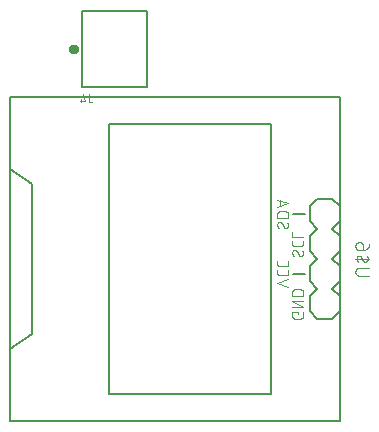
<source format=gbr>
G04 EAGLE Gerber RS-274X export*
G75*
%MOMM*%
%FSLAX34Y34*%
%LPD*%
%INSilkscreen Bottom*%
%IPPOS*%
%AMOC8*
5,1,8,0,0,1.08239X$1,22.5*%
G01*
%ADD10C,0.127000*%
%ADD11C,0.400000*%
%ADD12C,0.076200*%
%ADD13C,0.101600*%


D10*
X-180100Y259600D02*
X-124700Y259600D01*
X-124700Y324600D01*
X-180100Y324600D01*
X-180100Y259600D01*
D11*
X-189420Y292100D02*
X-189418Y292189D01*
X-189412Y292278D01*
X-189402Y292367D01*
X-189388Y292455D01*
X-189371Y292542D01*
X-189349Y292628D01*
X-189323Y292714D01*
X-189294Y292798D01*
X-189261Y292881D01*
X-189225Y292962D01*
X-189184Y293042D01*
X-189141Y293119D01*
X-189094Y293195D01*
X-189043Y293268D01*
X-188990Y293339D01*
X-188933Y293408D01*
X-188873Y293474D01*
X-188810Y293538D01*
X-188745Y293598D01*
X-188677Y293656D01*
X-188606Y293710D01*
X-188533Y293761D01*
X-188458Y293809D01*
X-188381Y293854D01*
X-188302Y293895D01*
X-188221Y293932D01*
X-188139Y293966D01*
X-188055Y293997D01*
X-187970Y294023D01*
X-187884Y294046D01*
X-187797Y294064D01*
X-187709Y294079D01*
X-187620Y294090D01*
X-187531Y294097D01*
X-187442Y294100D01*
X-187353Y294099D01*
X-187264Y294094D01*
X-187176Y294085D01*
X-187087Y294072D01*
X-187000Y294055D01*
X-186913Y294035D01*
X-186827Y294010D01*
X-186743Y293982D01*
X-186660Y293950D01*
X-186578Y293914D01*
X-186498Y293875D01*
X-186420Y293832D01*
X-186344Y293786D01*
X-186270Y293736D01*
X-186198Y293683D01*
X-186129Y293627D01*
X-186062Y293568D01*
X-185998Y293506D01*
X-185937Y293442D01*
X-185878Y293374D01*
X-185823Y293304D01*
X-185771Y293232D01*
X-185722Y293157D01*
X-185677Y293081D01*
X-185635Y293002D01*
X-185597Y292922D01*
X-185562Y292840D01*
X-185531Y292756D01*
X-185503Y292671D01*
X-185480Y292585D01*
X-185460Y292498D01*
X-185444Y292411D01*
X-185432Y292322D01*
X-185424Y292234D01*
X-185420Y292145D01*
X-185420Y292055D01*
X-185424Y291966D01*
X-185432Y291878D01*
X-185444Y291789D01*
X-185460Y291702D01*
X-185480Y291615D01*
X-185503Y291529D01*
X-185531Y291444D01*
X-185562Y291360D01*
X-185597Y291278D01*
X-185635Y291198D01*
X-185677Y291119D01*
X-185722Y291043D01*
X-185771Y290968D01*
X-185823Y290896D01*
X-185878Y290826D01*
X-185937Y290758D01*
X-185998Y290694D01*
X-186062Y290632D01*
X-186129Y290573D01*
X-186198Y290517D01*
X-186270Y290464D01*
X-186344Y290414D01*
X-186420Y290368D01*
X-186498Y290325D01*
X-186578Y290286D01*
X-186660Y290250D01*
X-186743Y290218D01*
X-186827Y290190D01*
X-186913Y290165D01*
X-187000Y290145D01*
X-187087Y290128D01*
X-187176Y290115D01*
X-187264Y290106D01*
X-187353Y290101D01*
X-187442Y290100D01*
X-187531Y290103D01*
X-187620Y290110D01*
X-187709Y290121D01*
X-187797Y290136D01*
X-187884Y290154D01*
X-187970Y290177D01*
X-188055Y290203D01*
X-188139Y290234D01*
X-188221Y290268D01*
X-188302Y290305D01*
X-188381Y290346D01*
X-188458Y290391D01*
X-188533Y290439D01*
X-188606Y290490D01*
X-188677Y290544D01*
X-188745Y290602D01*
X-188810Y290662D01*
X-188873Y290726D01*
X-188933Y290792D01*
X-188990Y290861D01*
X-189043Y290932D01*
X-189094Y291005D01*
X-189141Y291081D01*
X-189184Y291158D01*
X-189225Y291238D01*
X-189261Y291319D01*
X-189294Y291402D01*
X-189323Y291486D01*
X-189349Y291572D01*
X-189371Y291658D01*
X-189388Y291745D01*
X-189402Y291833D01*
X-189412Y291922D01*
X-189418Y292011D01*
X-189420Y292100D01*
D12*
X-174516Y254179D02*
X-174516Y248443D01*
X-174514Y248365D01*
X-174509Y248287D01*
X-174499Y248210D01*
X-174486Y248133D01*
X-174470Y248057D01*
X-174450Y247981D01*
X-174426Y247907D01*
X-174399Y247834D01*
X-174368Y247762D01*
X-174334Y247692D01*
X-174296Y247624D01*
X-174256Y247557D01*
X-174212Y247492D01*
X-174165Y247430D01*
X-174116Y247370D01*
X-174063Y247312D01*
X-174008Y247257D01*
X-173950Y247204D01*
X-173890Y247155D01*
X-173828Y247108D01*
X-173763Y247064D01*
X-173697Y247024D01*
X-173628Y246986D01*
X-173558Y246952D01*
X-173486Y246921D01*
X-173413Y246894D01*
X-173339Y246870D01*
X-173263Y246850D01*
X-173187Y246834D01*
X-173110Y246821D01*
X-173033Y246811D01*
X-172955Y246806D01*
X-172877Y246804D01*
X-172058Y246804D01*
X-177954Y248443D02*
X-179593Y254179D01*
X-177954Y248443D02*
X-182051Y248443D01*
X-180822Y250082D02*
X-180822Y246804D01*
D10*
X38100Y251460D02*
X38100Y-22860D01*
X38100Y251460D02*
X-241300Y251460D01*
X-241300Y190500D01*
X-241300Y38100D01*
X-241300Y-22860D01*
X38100Y-22860D01*
X31750Y63500D02*
X38100Y69850D01*
X38100Y82550D02*
X31750Y88900D01*
X38100Y95250D01*
X38100Y107950D02*
X31750Y114300D01*
X38100Y120650D01*
X38100Y133350D02*
X31750Y139700D01*
X38100Y146050D01*
X38100Y158750D02*
X31750Y165100D01*
X19050Y165100D02*
X12700Y158750D01*
X12700Y146050D01*
X19050Y139700D01*
X12700Y133350D01*
X12700Y120650D01*
X19050Y114300D01*
X12700Y107950D01*
X12700Y95250D01*
X19050Y88900D01*
X12700Y82550D01*
X12700Y69850D01*
X19050Y63500D01*
X31750Y63500D01*
X-20320Y0D02*
X-20320Y228600D01*
X-157480Y228600D01*
X-157480Y0D01*
X-20320Y0D01*
X19050Y165100D02*
X31750Y165100D01*
D12*
X3062Y69057D02*
X3062Y67491D01*
X3062Y69057D02*
X-2159Y69057D01*
X-2159Y65924D01*
X-2157Y65835D01*
X-2151Y65747D01*
X-2142Y65659D01*
X-2129Y65571D01*
X-2112Y65484D01*
X-2092Y65398D01*
X-2067Y65313D01*
X-2040Y65228D01*
X-2008Y65145D01*
X-1974Y65064D01*
X-1935Y64984D01*
X-1894Y64906D01*
X-1849Y64829D01*
X-1801Y64755D01*
X-1750Y64682D01*
X-1696Y64612D01*
X-1638Y64545D01*
X-1578Y64479D01*
X-1516Y64417D01*
X-1450Y64357D01*
X-1383Y64299D01*
X-1313Y64245D01*
X-1240Y64194D01*
X-1166Y64146D01*
X-1089Y64101D01*
X-1011Y64060D01*
X-931Y64021D01*
X-850Y63987D01*
X-767Y63955D01*
X-682Y63928D01*
X-597Y63903D01*
X-511Y63883D01*
X-424Y63866D01*
X-336Y63853D01*
X-248Y63844D01*
X-160Y63838D01*
X-71Y63836D01*
X5151Y63836D01*
X5242Y63838D01*
X5333Y63844D01*
X5424Y63854D01*
X5514Y63868D01*
X5603Y63885D01*
X5691Y63907D01*
X5779Y63933D01*
X5865Y63962D01*
X5950Y63995D01*
X6033Y64032D01*
X6115Y64072D01*
X6195Y64116D01*
X6273Y64163D01*
X6349Y64214D01*
X6422Y64267D01*
X6493Y64324D01*
X6562Y64385D01*
X6627Y64448D01*
X6690Y64513D01*
X6750Y64582D01*
X6808Y64653D01*
X6861Y64726D01*
X6912Y64802D01*
X6959Y64880D01*
X7003Y64960D01*
X7043Y65042D01*
X7080Y65125D01*
X7113Y65210D01*
X7142Y65296D01*
X7168Y65384D01*
X7190Y65472D01*
X7207Y65561D01*
X7221Y65651D01*
X7231Y65742D01*
X7237Y65833D01*
X7239Y65924D01*
X7239Y69057D01*
X7239Y73589D02*
X-2159Y73589D01*
X-2159Y78811D02*
X7239Y73589D01*
X7239Y78811D02*
X-2159Y78811D01*
X-2159Y83343D02*
X7239Y83343D01*
X7239Y85954D01*
X7237Y86054D01*
X7231Y86154D01*
X7222Y86253D01*
X7208Y86353D01*
X7191Y86451D01*
X7170Y86549D01*
X7146Y86646D01*
X7117Y86742D01*
X7085Y86837D01*
X7050Y86930D01*
X7011Y87022D01*
X6968Y87113D01*
X6922Y87201D01*
X6872Y87288D01*
X6820Y87373D01*
X6764Y87456D01*
X6705Y87537D01*
X6642Y87615D01*
X6577Y87691D01*
X6509Y87765D01*
X6439Y87835D01*
X6365Y87903D01*
X6289Y87968D01*
X6211Y88031D01*
X6130Y88090D01*
X6047Y88146D01*
X5962Y88198D01*
X5875Y88248D01*
X5787Y88294D01*
X5696Y88337D01*
X5604Y88376D01*
X5511Y88411D01*
X5416Y88443D01*
X5320Y88472D01*
X5223Y88496D01*
X5125Y88517D01*
X5027Y88534D01*
X4927Y88548D01*
X4828Y88557D01*
X4728Y88563D01*
X4628Y88565D01*
X4628Y88564D02*
X452Y88564D01*
X452Y88565D02*
X352Y88563D01*
X252Y88557D01*
X153Y88548D01*
X53Y88534D01*
X-45Y88517D01*
X-143Y88496D01*
X-240Y88472D01*
X-336Y88443D01*
X-431Y88411D01*
X-524Y88376D01*
X-616Y88337D01*
X-707Y88294D01*
X-795Y88248D01*
X-882Y88198D01*
X-967Y88146D01*
X-1050Y88090D01*
X-1131Y88031D01*
X-1209Y87968D01*
X-1285Y87903D01*
X-1359Y87835D01*
X-1429Y87765D01*
X-1497Y87691D01*
X-1562Y87615D01*
X-1625Y87537D01*
X-1684Y87456D01*
X-1740Y87373D01*
X-1792Y87288D01*
X-1842Y87201D01*
X-1888Y87113D01*
X-1931Y87022D01*
X-1970Y86930D01*
X-2005Y86837D01*
X-2037Y86742D01*
X-2066Y86646D01*
X-2090Y86549D01*
X-2111Y86451D01*
X-2128Y86353D01*
X-2142Y86253D01*
X-2151Y86154D01*
X-2157Y86054D01*
X-2159Y85954D01*
X-2159Y83343D01*
X-5461Y90881D02*
X-14859Y94014D01*
X-5461Y97147D01*
X-14859Y102610D02*
X-14859Y104699D01*
X-14859Y102610D02*
X-14857Y102521D01*
X-14851Y102433D01*
X-14842Y102345D01*
X-14829Y102257D01*
X-14812Y102170D01*
X-14792Y102084D01*
X-14767Y101999D01*
X-14740Y101914D01*
X-14708Y101831D01*
X-14674Y101750D01*
X-14635Y101670D01*
X-14594Y101592D01*
X-14549Y101515D01*
X-14501Y101441D01*
X-14450Y101368D01*
X-14396Y101298D01*
X-14338Y101231D01*
X-14278Y101165D01*
X-14216Y101103D01*
X-14150Y101043D01*
X-14083Y100985D01*
X-14013Y100931D01*
X-13940Y100880D01*
X-13866Y100832D01*
X-13789Y100787D01*
X-13711Y100746D01*
X-13631Y100707D01*
X-13550Y100673D01*
X-13467Y100641D01*
X-13382Y100614D01*
X-13297Y100589D01*
X-13211Y100569D01*
X-13124Y100552D01*
X-13036Y100539D01*
X-12948Y100530D01*
X-12860Y100524D01*
X-12771Y100522D01*
X-7549Y100522D01*
X-7549Y100521D02*
X-7458Y100523D01*
X-7367Y100529D01*
X-7276Y100539D01*
X-7186Y100553D01*
X-7097Y100571D01*
X-7008Y100592D01*
X-6921Y100618D01*
X-6835Y100647D01*
X-6750Y100680D01*
X-6666Y100717D01*
X-6584Y100757D01*
X-6505Y100801D01*
X-6427Y100848D01*
X-6351Y100899D01*
X-6277Y100953D01*
X-6206Y101010D01*
X-6138Y101070D01*
X-6072Y101133D01*
X-6009Y101199D01*
X-5949Y101267D01*
X-5892Y101338D01*
X-5838Y101412D01*
X-5787Y101488D01*
X-5740Y101565D01*
X-5696Y101645D01*
X-5656Y101727D01*
X-5619Y101811D01*
X-5586Y101895D01*
X-5557Y101982D01*
X-5531Y102069D01*
X-5510Y102158D01*
X-5492Y102247D01*
X-5478Y102337D01*
X-5468Y102428D01*
X-5462Y102519D01*
X-5460Y102610D01*
X-5461Y102610D02*
X-5461Y104699D01*
X-14859Y110230D02*
X-14859Y112319D01*
X-14859Y110230D02*
X-14857Y110141D01*
X-14851Y110053D01*
X-14842Y109965D01*
X-14829Y109877D01*
X-14812Y109790D01*
X-14792Y109704D01*
X-14767Y109619D01*
X-14740Y109534D01*
X-14708Y109451D01*
X-14674Y109370D01*
X-14635Y109290D01*
X-14594Y109212D01*
X-14549Y109135D01*
X-14501Y109061D01*
X-14450Y108988D01*
X-14396Y108918D01*
X-14338Y108851D01*
X-14278Y108785D01*
X-14216Y108723D01*
X-14150Y108663D01*
X-14083Y108605D01*
X-14013Y108551D01*
X-13940Y108500D01*
X-13866Y108452D01*
X-13789Y108407D01*
X-13711Y108366D01*
X-13631Y108327D01*
X-13550Y108293D01*
X-13467Y108261D01*
X-13382Y108234D01*
X-13297Y108209D01*
X-13211Y108189D01*
X-13124Y108172D01*
X-13036Y108159D01*
X-12948Y108150D01*
X-12860Y108144D01*
X-12771Y108142D01*
X-7549Y108142D01*
X-7549Y108141D02*
X-7458Y108143D01*
X-7367Y108149D01*
X-7276Y108159D01*
X-7186Y108173D01*
X-7097Y108191D01*
X-7008Y108212D01*
X-6921Y108238D01*
X-6835Y108267D01*
X-6750Y108300D01*
X-6666Y108337D01*
X-6584Y108377D01*
X-6505Y108421D01*
X-6427Y108468D01*
X-6351Y108519D01*
X-6277Y108573D01*
X-6206Y108630D01*
X-6138Y108690D01*
X-6072Y108753D01*
X-6009Y108819D01*
X-5949Y108887D01*
X-5892Y108958D01*
X-5838Y109032D01*
X-5787Y109108D01*
X-5740Y109185D01*
X-5696Y109265D01*
X-5656Y109347D01*
X-5619Y109431D01*
X-5586Y109515D01*
X-5557Y109602D01*
X-5531Y109689D01*
X-5510Y109778D01*
X-5492Y109867D01*
X-5478Y109957D01*
X-5468Y110048D01*
X-5462Y110139D01*
X-5460Y110230D01*
X-5461Y110230D02*
X-5461Y112319D01*
X-2159Y119654D02*
X-2157Y119743D01*
X-2151Y119831D01*
X-2142Y119919D01*
X-2129Y120007D01*
X-2112Y120094D01*
X-2092Y120180D01*
X-2067Y120265D01*
X-2040Y120350D01*
X-2008Y120433D01*
X-1974Y120514D01*
X-1935Y120594D01*
X-1894Y120672D01*
X-1849Y120749D01*
X-1801Y120823D01*
X-1750Y120896D01*
X-1696Y120966D01*
X-1638Y121033D01*
X-1578Y121099D01*
X-1516Y121161D01*
X-1450Y121221D01*
X-1383Y121279D01*
X-1313Y121333D01*
X-1240Y121384D01*
X-1166Y121432D01*
X-1089Y121477D01*
X-1011Y121518D01*
X-931Y121557D01*
X-850Y121591D01*
X-767Y121623D01*
X-682Y121650D01*
X-597Y121675D01*
X-511Y121695D01*
X-424Y121712D01*
X-336Y121725D01*
X-248Y121734D01*
X-160Y121740D01*
X-71Y121742D01*
X-2159Y119654D02*
X-2157Y119525D01*
X-2151Y119396D01*
X-2142Y119267D01*
X-2129Y119139D01*
X-2112Y119011D01*
X-2091Y118884D01*
X-2067Y118757D01*
X-2039Y118631D01*
X-2007Y118506D01*
X-1972Y118382D01*
X-1933Y118259D01*
X-1890Y118137D01*
X-1844Y118017D01*
X-1794Y117898D01*
X-1741Y117780D01*
X-1685Y117664D01*
X-1625Y117550D01*
X-1562Y117437D01*
X-1495Y117327D01*
X-1426Y117218D01*
X-1353Y117112D01*
X-1277Y117007D01*
X-1198Y116905D01*
X-1116Y116806D01*
X-1032Y116708D01*
X-944Y116613D01*
X-854Y116521D01*
X5151Y116782D02*
X5240Y116784D01*
X5328Y116790D01*
X5416Y116799D01*
X5504Y116812D01*
X5591Y116829D01*
X5677Y116849D01*
X5762Y116874D01*
X5847Y116901D01*
X5930Y116933D01*
X6011Y116967D01*
X6091Y117006D01*
X6169Y117047D01*
X6246Y117092D01*
X6320Y117140D01*
X6393Y117191D01*
X6463Y117245D01*
X6530Y117303D01*
X6596Y117363D01*
X6658Y117425D01*
X6718Y117491D01*
X6776Y117558D01*
X6830Y117628D01*
X6881Y117701D01*
X6929Y117775D01*
X6974Y117852D01*
X7015Y117930D01*
X7054Y118010D01*
X7088Y118091D01*
X7120Y118174D01*
X7147Y118259D01*
X7172Y118344D01*
X7192Y118430D01*
X7209Y118517D01*
X7222Y118605D01*
X7231Y118693D01*
X7237Y118781D01*
X7239Y118870D01*
X7237Y118990D01*
X7232Y119110D01*
X7222Y119230D01*
X7210Y119349D01*
X7193Y119468D01*
X7173Y119586D01*
X7149Y119704D01*
X7122Y119820D01*
X7091Y119936D01*
X7057Y120051D01*
X7019Y120165D01*
X6977Y120278D01*
X6932Y120389D01*
X6884Y120499D01*
X6833Y120607D01*
X6778Y120714D01*
X6720Y120819D01*
X6658Y120922D01*
X6594Y121023D01*
X6526Y121123D01*
X6456Y121220D01*
X3324Y117826D02*
X3372Y117748D01*
X3424Y117672D01*
X3478Y117599D01*
X3536Y117528D01*
X3597Y117459D01*
X3661Y117393D01*
X3728Y117330D01*
X3797Y117270D01*
X3869Y117213D01*
X3943Y117159D01*
X4020Y117109D01*
X4099Y117061D01*
X4179Y117018D01*
X4262Y116977D01*
X4346Y116941D01*
X4431Y116908D01*
X4518Y116879D01*
X4607Y116853D01*
X4696Y116831D01*
X4786Y116814D01*
X4876Y116800D01*
X4968Y116790D01*
X5059Y116784D01*
X5151Y116782D01*
X1756Y120698D02*
X1708Y120776D01*
X1656Y120852D01*
X1602Y120925D01*
X1544Y120996D01*
X1483Y121065D01*
X1419Y121131D01*
X1352Y121194D01*
X1283Y121254D01*
X1211Y121311D01*
X1137Y121365D01*
X1060Y121415D01*
X981Y121463D01*
X901Y121506D01*
X818Y121547D01*
X734Y121583D01*
X649Y121616D01*
X562Y121645D01*
X473Y121671D01*
X384Y121693D01*
X294Y121710D01*
X204Y121724D01*
X112Y121734D01*
X21Y121740D01*
X-71Y121742D01*
X1757Y120698D02*
X3323Y117826D01*
X-2159Y127423D02*
X-2159Y129511D01*
X-2159Y127423D02*
X-2157Y127334D01*
X-2151Y127246D01*
X-2142Y127158D01*
X-2129Y127070D01*
X-2112Y126983D01*
X-2092Y126897D01*
X-2067Y126812D01*
X-2040Y126727D01*
X-2008Y126644D01*
X-1974Y126563D01*
X-1935Y126483D01*
X-1894Y126405D01*
X-1849Y126328D01*
X-1801Y126254D01*
X-1750Y126181D01*
X-1696Y126111D01*
X-1638Y126044D01*
X-1578Y125978D01*
X-1516Y125916D01*
X-1450Y125856D01*
X-1383Y125798D01*
X-1313Y125744D01*
X-1240Y125693D01*
X-1166Y125645D01*
X-1089Y125600D01*
X-1011Y125559D01*
X-931Y125520D01*
X-850Y125486D01*
X-767Y125454D01*
X-682Y125427D01*
X-597Y125402D01*
X-511Y125382D01*
X-424Y125365D01*
X-336Y125352D01*
X-248Y125343D01*
X-160Y125337D01*
X-71Y125335D01*
X-71Y125334D02*
X5151Y125334D01*
X5151Y125335D02*
X5242Y125337D01*
X5333Y125343D01*
X5424Y125353D01*
X5514Y125367D01*
X5603Y125384D01*
X5691Y125406D01*
X5779Y125432D01*
X5865Y125461D01*
X5950Y125494D01*
X6033Y125531D01*
X6115Y125571D01*
X6195Y125615D01*
X6273Y125662D01*
X6349Y125713D01*
X6422Y125766D01*
X6493Y125823D01*
X6562Y125884D01*
X6627Y125947D01*
X6690Y126012D01*
X6750Y126081D01*
X6808Y126152D01*
X6861Y126225D01*
X6912Y126301D01*
X6959Y126379D01*
X7003Y126459D01*
X7043Y126541D01*
X7080Y126624D01*
X7113Y126709D01*
X7142Y126795D01*
X7168Y126883D01*
X7190Y126971D01*
X7207Y127060D01*
X7221Y127150D01*
X7231Y127241D01*
X7237Y127332D01*
X7239Y127423D01*
X7239Y129511D01*
X7239Y133302D02*
X-2159Y133302D01*
X-2159Y137479D01*
X-12771Y145453D02*
X-12860Y145451D01*
X-12948Y145445D01*
X-13036Y145436D01*
X-13124Y145423D01*
X-13211Y145406D01*
X-13297Y145386D01*
X-13382Y145361D01*
X-13467Y145334D01*
X-13550Y145302D01*
X-13631Y145268D01*
X-13711Y145229D01*
X-13789Y145188D01*
X-13866Y145143D01*
X-13940Y145095D01*
X-14013Y145044D01*
X-14083Y144990D01*
X-14150Y144932D01*
X-14216Y144872D01*
X-14278Y144810D01*
X-14338Y144744D01*
X-14396Y144677D01*
X-14450Y144607D01*
X-14501Y144534D01*
X-14549Y144460D01*
X-14594Y144383D01*
X-14635Y144305D01*
X-14674Y144225D01*
X-14708Y144144D01*
X-14740Y144061D01*
X-14767Y143976D01*
X-14792Y143891D01*
X-14812Y143805D01*
X-14829Y143718D01*
X-14842Y143630D01*
X-14851Y143542D01*
X-14857Y143454D01*
X-14859Y143365D01*
X-14857Y143236D01*
X-14851Y143107D01*
X-14842Y142978D01*
X-14829Y142850D01*
X-14812Y142722D01*
X-14791Y142595D01*
X-14767Y142468D01*
X-14739Y142342D01*
X-14707Y142217D01*
X-14672Y142093D01*
X-14633Y141970D01*
X-14590Y141848D01*
X-14544Y141728D01*
X-14494Y141609D01*
X-14441Y141491D01*
X-14385Y141375D01*
X-14325Y141261D01*
X-14262Y141148D01*
X-14195Y141038D01*
X-14126Y140929D01*
X-14053Y140823D01*
X-13977Y140718D01*
X-13898Y140616D01*
X-13816Y140517D01*
X-13732Y140419D01*
X-13644Y140324D01*
X-13554Y140232D01*
X-7549Y140494D02*
X-7460Y140496D01*
X-7372Y140502D01*
X-7284Y140511D01*
X-7196Y140524D01*
X-7109Y140541D01*
X-7023Y140561D01*
X-6938Y140586D01*
X-6853Y140613D01*
X-6770Y140645D01*
X-6689Y140679D01*
X-6609Y140718D01*
X-6531Y140759D01*
X-6454Y140804D01*
X-6380Y140852D01*
X-6307Y140903D01*
X-6237Y140957D01*
X-6170Y141015D01*
X-6104Y141075D01*
X-6042Y141137D01*
X-5982Y141203D01*
X-5924Y141270D01*
X-5870Y141340D01*
X-5819Y141413D01*
X-5771Y141487D01*
X-5726Y141564D01*
X-5685Y141642D01*
X-5646Y141722D01*
X-5612Y141803D01*
X-5580Y141886D01*
X-5553Y141971D01*
X-5528Y142056D01*
X-5508Y142142D01*
X-5491Y142229D01*
X-5478Y142317D01*
X-5469Y142405D01*
X-5463Y142493D01*
X-5461Y142582D01*
X-5463Y142702D01*
X-5468Y142822D01*
X-5478Y142941D01*
X-5490Y143061D01*
X-5507Y143180D01*
X-5527Y143298D01*
X-5551Y143416D01*
X-5578Y143532D01*
X-5609Y143648D01*
X-5643Y143763D01*
X-5681Y143877D01*
X-5723Y143990D01*
X-5768Y144101D01*
X-5816Y144211D01*
X-5867Y144319D01*
X-5922Y144426D01*
X-5980Y144531D01*
X-6042Y144634D01*
X-6106Y144735D01*
X-6174Y144835D01*
X-6244Y144932D01*
X-9376Y141537D02*
X-9328Y141459D01*
X-9276Y141383D01*
X-9222Y141310D01*
X-9164Y141239D01*
X-9103Y141170D01*
X-9039Y141104D01*
X-8972Y141041D01*
X-8903Y140981D01*
X-8831Y140924D01*
X-8757Y140870D01*
X-8680Y140820D01*
X-8601Y140772D01*
X-8521Y140729D01*
X-8438Y140688D01*
X-8354Y140652D01*
X-8269Y140619D01*
X-8182Y140590D01*
X-8093Y140564D01*
X-8004Y140542D01*
X-7914Y140525D01*
X-7824Y140511D01*
X-7732Y140501D01*
X-7641Y140495D01*
X-7549Y140493D01*
X-10944Y144409D02*
X-10992Y144487D01*
X-11044Y144563D01*
X-11098Y144636D01*
X-11156Y144707D01*
X-11217Y144776D01*
X-11281Y144842D01*
X-11348Y144905D01*
X-11417Y144965D01*
X-11489Y145022D01*
X-11563Y145076D01*
X-11640Y145126D01*
X-11719Y145174D01*
X-11799Y145217D01*
X-11882Y145258D01*
X-11966Y145294D01*
X-12051Y145327D01*
X-12138Y145356D01*
X-12227Y145382D01*
X-12316Y145404D01*
X-12406Y145421D01*
X-12496Y145435D01*
X-12588Y145445D01*
X-12679Y145451D01*
X-12771Y145453D01*
X-10943Y144409D02*
X-9377Y141537D01*
X-5461Y149376D02*
X-14859Y149376D01*
X-5461Y149376D02*
X-5461Y151987D01*
X-5463Y152087D01*
X-5469Y152187D01*
X-5478Y152286D01*
X-5492Y152386D01*
X-5509Y152484D01*
X-5530Y152582D01*
X-5554Y152679D01*
X-5583Y152775D01*
X-5615Y152870D01*
X-5650Y152963D01*
X-5689Y153055D01*
X-5732Y153146D01*
X-5778Y153234D01*
X-5828Y153321D01*
X-5880Y153406D01*
X-5936Y153489D01*
X-5995Y153570D01*
X-6058Y153648D01*
X-6123Y153724D01*
X-6191Y153798D01*
X-6261Y153868D01*
X-6335Y153936D01*
X-6411Y154001D01*
X-6489Y154064D01*
X-6570Y154123D01*
X-6653Y154179D01*
X-6738Y154231D01*
X-6825Y154281D01*
X-6913Y154327D01*
X-7004Y154370D01*
X-7096Y154409D01*
X-7189Y154444D01*
X-7284Y154476D01*
X-7380Y154505D01*
X-7477Y154529D01*
X-7575Y154550D01*
X-7673Y154567D01*
X-7773Y154581D01*
X-7872Y154590D01*
X-7972Y154596D01*
X-8072Y154598D01*
X-8072Y154597D02*
X-12248Y154597D01*
X-12248Y154598D02*
X-12348Y154596D01*
X-12448Y154590D01*
X-12547Y154581D01*
X-12647Y154567D01*
X-12745Y154550D01*
X-12843Y154529D01*
X-12940Y154505D01*
X-13036Y154476D01*
X-13131Y154444D01*
X-13224Y154409D01*
X-13316Y154370D01*
X-13407Y154327D01*
X-13495Y154281D01*
X-13582Y154231D01*
X-13667Y154179D01*
X-13750Y154123D01*
X-13831Y154064D01*
X-13909Y154001D01*
X-13985Y153936D01*
X-14059Y153868D01*
X-14129Y153798D01*
X-14197Y153724D01*
X-14262Y153648D01*
X-14325Y153570D01*
X-14384Y153489D01*
X-14440Y153406D01*
X-14492Y153321D01*
X-14542Y153234D01*
X-14588Y153146D01*
X-14631Y153055D01*
X-14670Y152963D01*
X-14705Y152870D01*
X-14737Y152775D01*
X-14766Y152679D01*
X-14790Y152582D01*
X-14811Y152484D01*
X-14828Y152386D01*
X-14842Y152286D01*
X-14851Y152187D01*
X-14857Y152087D01*
X-14859Y151987D01*
X-14859Y149376D01*
X-14859Y158303D02*
X-5461Y161435D01*
X-14859Y164568D01*
X-12510Y163785D02*
X-12510Y159086D01*
D10*
X-1270Y101600D02*
X8890Y101600D01*
X8890Y152400D02*
X-1270Y152400D01*
X-222250Y50800D02*
X-241300Y38100D01*
X-222250Y50800D02*
X-222250Y177800D01*
X-241300Y190500D01*
D13*
X54554Y100196D02*
X62992Y100196D01*
X54554Y100196D02*
X54441Y100198D01*
X54328Y100204D01*
X54215Y100214D01*
X54102Y100228D01*
X53990Y100245D01*
X53879Y100267D01*
X53769Y100292D01*
X53659Y100322D01*
X53551Y100355D01*
X53444Y100392D01*
X53338Y100432D01*
X53234Y100477D01*
X53131Y100525D01*
X53030Y100576D01*
X52931Y100631D01*
X52834Y100689D01*
X52739Y100751D01*
X52646Y100816D01*
X52556Y100884D01*
X52468Y100955D01*
X52382Y101030D01*
X52299Y101107D01*
X52219Y101187D01*
X52142Y101270D01*
X52067Y101356D01*
X51996Y101444D01*
X51928Y101534D01*
X51863Y101627D01*
X51801Y101722D01*
X51743Y101819D01*
X51688Y101918D01*
X51637Y102019D01*
X51589Y102122D01*
X51544Y102226D01*
X51504Y102332D01*
X51467Y102439D01*
X51434Y102547D01*
X51404Y102657D01*
X51379Y102767D01*
X51357Y102878D01*
X51340Y102990D01*
X51326Y103103D01*
X51316Y103216D01*
X51310Y103329D01*
X51308Y103442D01*
X51310Y103555D01*
X51316Y103668D01*
X51326Y103781D01*
X51340Y103894D01*
X51357Y104006D01*
X51379Y104117D01*
X51404Y104227D01*
X51434Y104337D01*
X51467Y104445D01*
X51504Y104552D01*
X51544Y104658D01*
X51589Y104762D01*
X51637Y104865D01*
X51688Y104966D01*
X51743Y105065D01*
X51801Y105162D01*
X51863Y105257D01*
X51928Y105350D01*
X51996Y105440D01*
X52067Y105528D01*
X52142Y105614D01*
X52219Y105697D01*
X52299Y105777D01*
X52382Y105854D01*
X52468Y105929D01*
X52556Y106000D01*
X52646Y106068D01*
X52739Y106133D01*
X52834Y106195D01*
X52931Y106253D01*
X53030Y106308D01*
X53131Y106359D01*
X53234Y106407D01*
X53338Y106452D01*
X53444Y106492D01*
X53551Y106529D01*
X53659Y106562D01*
X53769Y106592D01*
X53879Y106617D01*
X53990Y106639D01*
X54102Y106656D01*
X54215Y106670D01*
X54328Y106680D01*
X54441Y106686D01*
X54554Y106688D01*
X54554Y106687D02*
X62992Y106687D01*
X62992Y114491D02*
X51308Y114491D01*
X57150Y114491D02*
X58124Y112868D01*
X58123Y112867D02*
X58170Y112794D01*
X58219Y112723D01*
X58272Y112653D01*
X58328Y112587D01*
X58387Y112523D01*
X58448Y112461D01*
X58512Y112403D01*
X58579Y112347D01*
X58648Y112295D01*
X58720Y112245D01*
X58794Y112199D01*
X58869Y112156D01*
X58947Y112117D01*
X59026Y112081D01*
X59107Y112049D01*
X59189Y112020D01*
X59272Y111995D01*
X59356Y111974D01*
X59441Y111957D01*
X59527Y111943D01*
X59613Y111934D01*
X59700Y111928D01*
X59787Y111926D01*
X59874Y111928D01*
X59961Y111934D01*
X60047Y111944D01*
X60133Y111957D01*
X60218Y111975D01*
X60302Y111996D01*
X60385Y112021D01*
X60468Y112050D01*
X60548Y112082D01*
X60627Y112118D01*
X60705Y112157D01*
X60780Y112200D01*
X60854Y112247D01*
X60925Y112296D01*
X60995Y112349D01*
X61061Y112404D01*
X61125Y112463D01*
X61187Y112524D01*
X61246Y112589D01*
X61301Y112655D01*
X61354Y112724D01*
X61404Y112796D01*
X61450Y112869D01*
X61493Y112945D01*
X61532Y113022D01*
X61568Y113101D01*
X61601Y113182D01*
X61629Y113264D01*
X61655Y113347D01*
X61676Y113431D01*
X61693Y113517D01*
X61694Y113517D02*
X61718Y113657D01*
X61738Y113799D01*
X61754Y113940D01*
X61765Y114082D01*
X61773Y114225D01*
X61777Y114367D01*
X61778Y114510D01*
X61774Y114653D01*
X61766Y114795D01*
X61754Y114937D01*
X61738Y115079D01*
X61719Y115220D01*
X61695Y115361D01*
X61668Y115501D01*
X61636Y115640D01*
X61601Y115778D01*
X61562Y115916D01*
X61519Y116052D01*
X61473Y116186D01*
X61422Y116320D01*
X61369Y116452D01*
X61311Y116582D01*
X61250Y116711D01*
X61185Y116838D01*
X61117Y116964D01*
X61045Y117087D01*
X57150Y114491D02*
X56176Y116113D01*
X56177Y116114D02*
X56130Y116187D01*
X56081Y116258D01*
X56028Y116328D01*
X55972Y116394D01*
X55913Y116458D01*
X55852Y116520D01*
X55788Y116578D01*
X55721Y116634D01*
X55652Y116686D01*
X55580Y116736D01*
X55506Y116782D01*
X55431Y116825D01*
X55353Y116864D01*
X55274Y116900D01*
X55193Y116932D01*
X55111Y116961D01*
X55028Y116986D01*
X54944Y117007D01*
X54859Y117024D01*
X54773Y117038D01*
X54687Y117047D01*
X54600Y117053D01*
X54513Y117055D01*
X54426Y117053D01*
X54339Y117047D01*
X54253Y117037D01*
X54167Y117024D01*
X54082Y117006D01*
X53998Y116985D01*
X53915Y116960D01*
X53832Y116931D01*
X53752Y116899D01*
X53673Y116863D01*
X53595Y116824D01*
X53520Y116781D01*
X53446Y116734D01*
X53375Y116685D01*
X53305Y116632D01*
X53239Y116577D01*
X53175Y116518D01*
X53113Y116457D01*
X53054Y116392D01*
X52999Y116326D01*
X52946Y116257D01*
X52896Y116185D01*
X52850Y116112D01*
X52807Y116036D01*
X52768Y115959D01*
X52732Y115880D01*
X52699Y115799D01*
X52671Y115717D01*
X52645Y115634D01*
X52624Y115550D01*
X52607Y115465D01*
X52606Y115464D02*
X52582Y115324D01*
X52562Y115182D01*
X52546Y115041D01*
X52535Y114899D01*
X52527Y114756D01*
X52523Y114614D01*
X52522Y114471D01*
X52526Y114328D01*
X52534Y114186D01*
X52546Y114044D01*
X52562Y113902D01*
X52581Y113761D01*
X52605Y113620D01*
X52632Y113480D01*
X52664Y113341D01*
X52699Y113203D01*
X52738Y113065D01*
X52781Y112929D01*
X52827Y112795D01*
X52878Y112661D01*
X52931Y112529D01*
X52989Y112399D01*
X53050Y112270D01*
X53115Y112143D01*
X53183Y112017D01*
X53255Y111894D01*
X57799Y121913D02*
X57799Y125808D01*
X57797Y125907D01*
X57791Y126007D01*
X57782Y126106D01*
X57769Y126204D01*
X57752Y126302D01*
X57731Y126400D01*
X57706Y126496D01*
X57678Y126591D01*
X57646Y126685D01*
X57611Y126778D01*
X57572Y126870D01*
X57529Y126960D01*
X57484Y127048D01*
X57434Y127135D01*
X57382Y127219D01*
X57326Y127302D01*
X57268Y127382D01*
X57206Y127460D01*
X57141Y127535D01*
X57073Y127608D01*
X57003Y127678D01*
X56930Y127746D01*
X56855Y127811D01*
X56777Y127873D01*
X56697Y127931D01*
X56614Y127987D01*
X56530Y128039D01*
X56443Y128089D01*
X56355Y128134D01*
X56265Y128177D01*
X56173Y128216D01*
X56080Y128251D01*
X55986Y128283D01*
X55891Y128311D01*
X55795Y128336D01*
X55697Y128357D01*
X55599Y128374D01*
X55501Y128387D01*
X55402Y128396D01*
X55302Y128402D01*
X55203Y128404D01*
X54554Y128404D01*
X54441Y128402D01*
X54328Y128396D01*
X54215Y128386D01*
X54102Y128372D01*
X53990Y128355D01*
X53879Y128333D01*
X53769Y128308D01*
X53659Y128278D01*
X53551Y128245D01*
X53444Y128208D01*
X53338Y128168D01*
X53234Y128123D01*
X53131Y128075D01*
X53030Y128024D01*
X52931Y127969D01*
X52834Y127911D01*
X52739Y127849D01*
X52646Y127784D01*
X52556Y127716D01*
X52468Y127645D01*
X52382Y127570D01*
X52299Y127493D01*
X52219Y127413D01*
X52142Y127330D01*
X52067Y127244D01*
X51996Y127156D01*
X51928Y127066D01*
X51863Y126973D01*
X51801Y126878D01*
X51743Y126781D01*
X51688Y126682D01*
X51637Y126581D01*
X51589Y126478D01*
X51544Y126374D01*
X51504Y126268D01*
X51467Y126161D01*
X51434Y126053D01*
X51404Y125943D01*
X51379Y125833D01*
X51357Y125722D01*
X51340Y125610D01*
X51326Y125497D01*
X51316Y125384D01*
X51310Y125271D01*
X51308Y125158D01*
X51310Y125045D01*
X51316Y124932D01*
X51326Y124819D01*
X51340Y124706D01*
X51357Y124594D01*
X51379Y124483D01*
X51404Y124373D01*
X51434Y124263D01*
X51467Y124155D01*
X51504Y124048D01*
X51544Y123942D01*
X51589Y123838D01*
X51637Y123735D01*
X51688Y123634D01*
X51743Y123535D01*
X51801Y123438D01*
X51863Y123343D01*
X51928Y123250D01*
X51996Y123160D01*
X52067Y123072D01*
X52142Y122986D01*
X52219Y122903D01*
X52299Y122823D01*
X52382Y122746D01*
X52468Y122671D01*
X52556Y122600D01*
X52646Y122532D01*
X52739Y122467D01*
X52834Y122405D01*
X52931Y122347D01*
X53030Y122292D01*
X53131Y122241D01*
X53234Y122193D01*
X53338Y122148D01*
X53444Y122108D01*
X53551Y122071D01*
X53659Y122038D01*
X53769Y122008D01*
X53879Y121983D01*
X53990Y121961D01*
X54102Y121944D01*
X54215Y121930D01*
X54328Y121920D01*
X54441Y121914D01*
X54554Y121912D01*
X54554Y121913D02*
X57799Y121913D01*
X57942Y121915D01*
X58085Y121921D01*
X58228Y121931D01*
X58370Y121945D01*
X58512Y121962D01*
X58654Y121984D01*
X58795Y122009D01*
X58935Y122039D01*
X59074Y122072D01*
X59212Y122109D01*
X59349Y122150D01*
X59485Y122194D01*
X59620Y122243D01*
X59753Y122295D01*
X59885Y122350D01*
X60015Y122410D01*
X60144Y122473D01*
X60271Y122539D01*
X60395Y122609D01*
X60518Y122682D01*
X60639Y122759D01*
X60758Y122839D01*
X60874Y122922D01*
X60989Y123008D01*
X61100Y123097D01*
X61210Y123190D01*
X61316Y123285D01*
X61420Y123384D01*
X61521Y123485D01*
X61620Y123589D01*
X61715Y123695D01*
X61808Y123805D01*
X61897Y123916D01*
X61983Y124031D01*
X62066Y124147D01*
X62146Y124266D01*
X62223Y124387D01*
X62296Y124509D01*
X62366Y124634D01*
X62432Y124761D01*
X62495Y124890D01*
X62555Y125020D01*
X62610Y125152D01*
X62662Y125285D01*
X62711Y125420D01*
X62755Y125556D01*
X62796Y125693D01*
X62833Y125831D01*
X62866Y125970D01*
X62896Y126110D01*
X62921Y126251D01*
X62943Y126393D01*
X62960Y126535D01*
X62974Y126677D01*
X62984Y126820D01*
X62990Y126963D01*
X62992Y127106D01*
M02*

</source>
